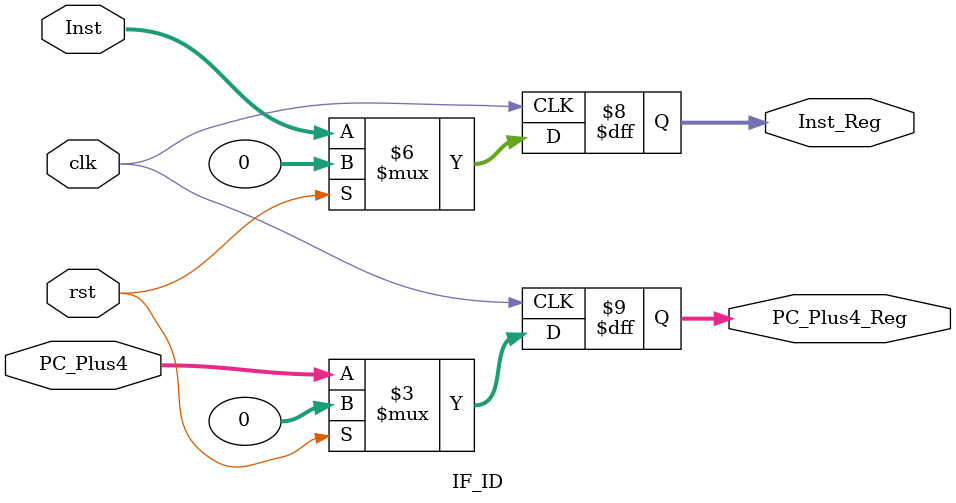
<source format=v>
module IF_ID( clk, rst, PC_Plus4, Inst, Inst_Reg, PC_Plus4_Reg );

	input [31:0] PC_Plus4, Inst;
	input clk, rst ;
	output reg [31:0] Inst_Reg, PC_Plus4_Reg;

	always@( posedge clk )
	begin
		if ( rst )
		begin
			Inst_Reg = 0;
			PC_Plus4_Reg = 0;			
		end
		else
		begin
			Inst_Reg <= Inst;
			PC_Plus4_Reg <= PC_Plus4;
		end
	end
	
endmodule 
</source>
